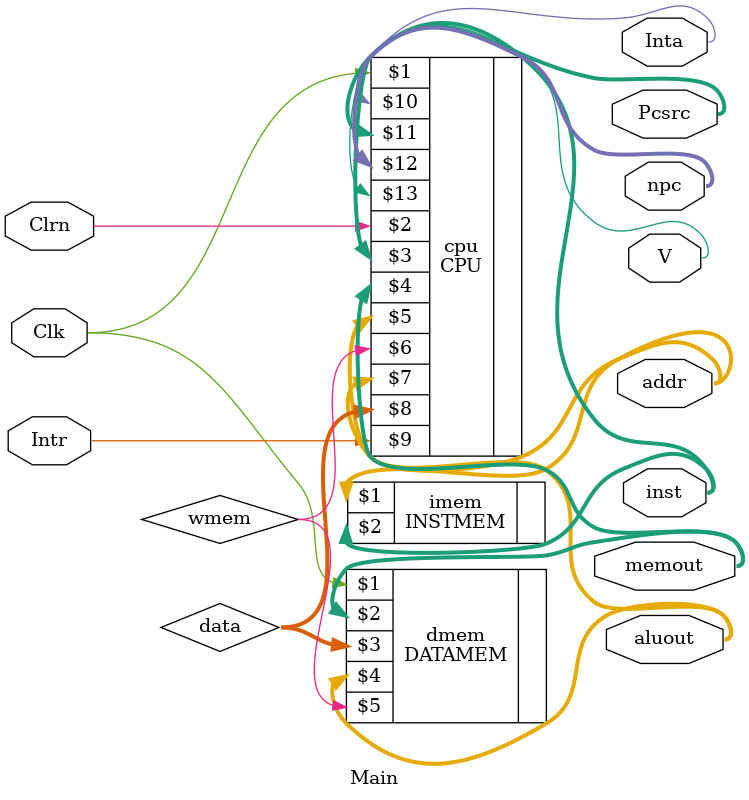
<source format=v>
module Main(Clk, Clrn, inst, addr, aluout, memout, Intr, Inta, Pcsrc, npc, V);
	input Clk, Clrn, Intr;
	output [31:0] inst, addr, aluout, memout;
	output Inta;
    output [31:0] npc;
    output [2:0] Pcsrc;
    output V;
	wire [31:0] data;
	wire        wmem;	
	INSTMEM imem(addr, inst);
	CPU cpu (Clk, Clrn, inst, memout, addr, wmem, aluout, data, Intr, Inta, Pcsrc, npc, V);
	DATAMEM dmem(Clk, memout, data, aluout, wmem);
endmodule

</source>
